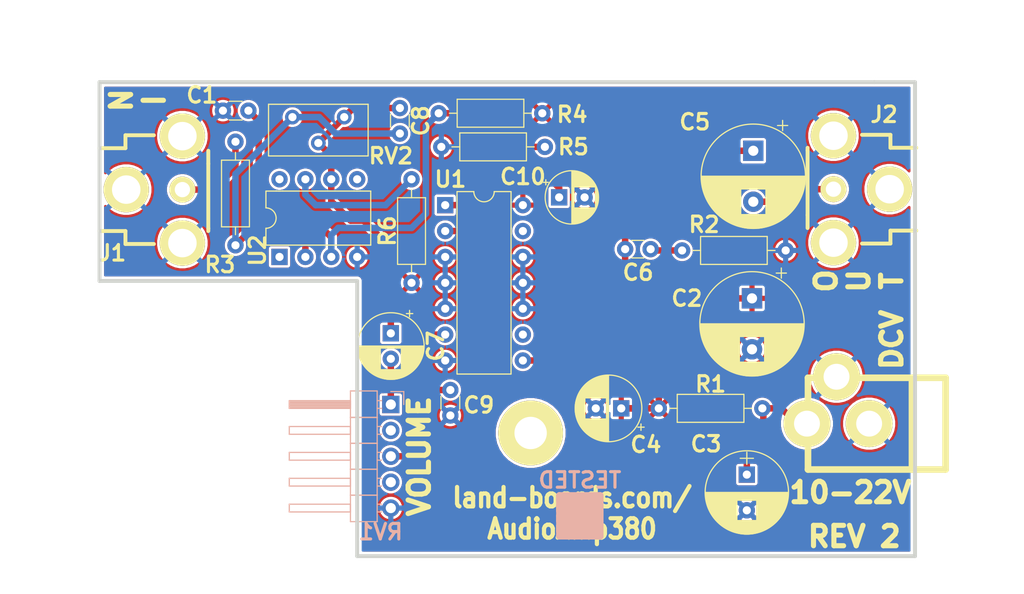
<source format=kicad_pcb>
(kicad_pcb (version 20171130) (host pcbnew "(5.1.10)-1")
  (title_block (title AudioAmp380) (date 2021-08-17) (rev 1) (company "Land Boards LLC"))
  (layers (0 Front signal) (31 Back signal) (36 B.SilkS user) (37 F.SilkS user) (38 B.Mask user) (39 F.Mask user) (44 Edge.Cuts user))
  (net 0 "")
  (net 1 /+12V)
  (net 2 /COMP)
  (net 3 /IN)
  (net 4 /OUT)
  (net 5 GND)
  (net 6 /RESHI)
  (net 7 /AO)
  (net 8 /RESWI)
  (net 9 /12VF)
  (net 10 "Net-(C1-Pad1)")
  (net 11 "Net-(C7-Pad1)")
  (net 12 "Net-(R6-Pad2)")
  (net 13 "Net-(C9-Pad2)")
  (net 14 "Net-(C10-Pad1)")
  (net 15 "Net-(C8-Pad2)")
  (module Package_DIP:DIP-8_W7.62mm (layer Front) (at 50.058 63.2584 90)
    (fp_text reference U2 (at 0.635 -2.159 90) (layer F.SilkS) (effects (font (size 1.524 1.524) (thickness 0.3048))))
    (fp_text value NE5534)
    (pad 1 thru_hole rect (at 0 0 90) (size 1.6 1.6) (drill 0.8) (layers *.Cu *.Mask))
    (pad 5 thru_hole oval (at 7.62 7.62 90) (size 1.6 1.6) (drill 0.8) (layers *.Cu *.Mask))
    (pad 2 thru_hole oval (at 0 2.54 90) (size 1.6 1.6) (drill 0.8) (layers *.Cu *.Mask) (net 15 "Net-(C8-Pad2)"))
    (pad 6 thru_hole oval (at 7.62 5.08 90) (size 1.6 1.6) (drill 0.8) (layers *.Cu *.Mask) (net 11 "Net-(C7-Pad1)"))
    (pad 3 thru_hole oval (at 0 5.08 90) (size 1.6 1.6) (drill 0.8) (layers *.Cu *.Mask) (net 10 "Net-(C1-Pad1)"))
    (pad 7 thru_hole oval (at 7.62 2.54 90) (size 1.6 1.6) (drill 0.8) (layers *.Cu *.Mask) (net 12 "Net-(R6-Pad2)"))
    (pad 4 thru_hole oval (at 0 7.62 90) (size 1.6 1.6) (drill 0.8) (layers *.Cu *.Mask) (net 5 GND))
    (pad 8 thru_hole oval (at 7.62 0 90) (size 1.6 1.6) (drill 0.8) (layers *.Cu *.Mask))
  )
  (module Resistor_THT:R_Axial_DIN0207_L6.3mm_D2.5mm_P10.16mm_Horizontal (layer Front) (at 63.012 65.7984 90)
    (fp_text reference R6 (at 5.08 -2.37 90) (layer F.SilkS) (effects (font (size 1.524 1.524) (thickness 0.3048))))
    (fp_text value 10)
    (pad 2 thru_hole oval (at 10.16 0 90) (size 1.6 1.6) (drill 0.8) (layers *.Cu *.Mask) (net 12 "Net-(R6-Pad2)"))
    (pad 1 thru_hole circle (at 0 0 90) (size 1.6 1.6) (drill 0.8) (layers *.Cu *.Mask) (net 9 /12VF))
  )
  (module Resistor_THT:R_Axial_DIN0207_L6.3mm_D2.5mm_P10.16mm_Horizontal (layer Front) (at 76.093 52.4634 180)
    (fp_text reference R5 (at -2.794 0) (layer F.SilkS) (effects (font (size 1.524 1.524) (thickness 0.3048))))
    (fp_text value 10K)
    (pad 2 thru_hole oval (at 10.16 0 180) (size 1.6 1.6) (drill 0.8) (layers *.Cu *.Mask) (net 5 GND))
    (pad 1 thru_hole circle (at 0 0 180) (size 1.6 1.6) (drill 0.8) (layers *.Cu *.Mask) (net 10 "Net-(C1-Pad1)"))
  )
  (module Resistor_THT:R_Axial_DIN0207_L6.3mm_D2.5mm_P10.16mm_Horizontal (layer Front) (at 45.74 51.9554 270)
    (fp_text reference R3 (at 12.065 1.524 180) (layer F.SilkS) (effects (font (size 1.524 1.524) (thickness 0.3048))))
    (fp_text value 51)
    (pad 1 thru_hole circle (at 0 0 270) (size 1.6 1.6) (drill 0.8) (layers *.Cu *.Mask) (net 3 /IN))
    (pad 2 thru_hole oval (at 10.16 0 270) (size 1.6 1.6) (drill 0.8) (layers *.Cu *.Mask) (net 15 "Net-(C8-Pad2)"))
  )
  (module Capacitors_ThroughHole:CP_Radial_D8.0mm_P3.50mm (layer Front) (at 95.905 84.6134 270)
    (fp_text reference C3 (at -3 4) (layer F.SilkS) (effects (font (size 1.524 1.524) (thickness 0.3048))))
    (fp_text value 100uF hide)
    (pad 1 thru_hole rect (at 0 0 270) (size 1.6 1.6) (drill 0.8) (layers *.Cu *.Mask) (net 1 /+12V))
    (pad 2 thru_hole circle (at 3.5 0 270) (size 1.6 1.6) (drill 0.8) (layers *.Cu *.Mask) (net 5 GND))
  )
  (module LandBoards_MountHoles:MTG-4-40 (layer Front) (at 74.696 80.5304)
    (fp_text reference MTG4 hide)
    (fp_text value MTG_HOLE hide)
    (pad 1 thru_hole circle (at 0 0) (size 6.35 6.35) (drill 3.175) (layers *.Cu *.Mask F.SilkS))
  )
  (module LandBoards_Conns:RCA (layer Front) (at 40.533 56.6544 90)
    (fp_text reference J1 (at -6.223 -6.858 180) (layer F.SilkS) (effects (font (size 1.524 1.524) (thickness 0.3048))))
    (fp_text value RCA-JACK hide)
    (pad 1 thru_hole circle (at 0 -5.5118 90) (size 4.445 4.445) (drill 2.794) (layers *.Cu *.Mask F.SilkS) (net 5 GND))
    (pad 2 thru_hole circle (at -5.2451 0 90) (size 4.445 4.445) (drill 2.794) (layers *.Cu *.Mask F.SilkS) (net 5 GND))
    (pad 3 thru_hole circle (at 5.2451 0 90) (size 4.445 4.445) (drill 2.794) (layers *.Cu *.Mask F.SilkS) (net 5 GND))
    (pad 4 thru_hole circle (at 0 0 90) (size 2.54 2.54) (drill 1.4986) (layers *.Cu *.Mask F.SilkS) (net 3 /IN))
  )
  (module LandBoards_Conns:RCA (layer Front) (at 104.405 56.6134 270)
    (fp_text reference J2 (at -7.325 -4.962) (layer F.SilkS) (effects (font (size 1.524 1.524) (thickness 0.3048))))
    (fp_text value RCA-JACK hide)
    (pad 1 thru_hole circle (at 0 -5.5118 270) (size 4.445 4.445) (drill 2.794) (layers *.Cu *.Mask F.SilkS) (net 5 GND))
    (pad 2 thru_hole circle (at -5.2451 0 270) (size 4.445 4.445) (drill 2.794) (layers *.Cu *.Mask F.SilkS) (net 5 GND))
    (pad 3 thru_hole circle (at 5.2451 0 270) (size 4.445 4.445) (drill 2.794) (layers *.Cu *.Mask F.SilkS) (net 5 GND))
    (pad 4 thru_hole circle (at 0 0 270) (size 2.54 2.54) (drill 1.4986) (layers *.Cu *.Mask F.SilkS) (net 4 /OUT))
  )
  (module Pin_Headers:Pin_Header_Angled_1x05_Pitch2.54mm (layer Back) (at 60.98 77.7364 180)
    (fp_text reference RV1 (at 1 -12.5) (layer B.SilkS) (effects (font (size 1.524 1.524) (thickness 0.3048)) (justify mirror)))
    (fp_text value CONN_01X05 hide)
    (pad 1 thru_hole rect (at 0 0 180) (size 1.7 1.7) (drill 1) (layers *.Cu *.Mask) (net 6 /RESHI))
    (pad 2 thru_hole oval (at 0 -2.54 180) (size 1.7 1.7) (drill 1) (layers *.Cu *.Mask))
    (pad 3 thru_hole oval (at 0 -5.08 180) (size 1.7 1.7) (drill 1) (layers *.Cu *.Mask) (net 8 /RESWI))
    (pad 4 thru_hole oval (at 0 -7.62 180) (size 1.7 1.7) (drill 1) (layers *.Cu *.Mask))
    (pad 5 thru_hole oval (at 0 -10.16 180) (size 1.7 1.7) (drill 1) (layers *.Cu *.Mask) (net 5 GND))
  )
  (module Capacitors_THT:C_Disc_D3.0mm_W1.6mm_P2.50mm (layer Front) (at 83.967 62.4964)
    (fp_text reference C6 (at 1.27 2.286) (layer F.SilkS) (effects (font (size 1.524 1.524) (thickness 0.3048))))
    (fp_text value 100uF hide)
    (pad 1 thru_hole circle (at 0 0) (size 1.6 1.6) (drill 0.8) (layers *.Cu *.Mask) (net 7 /AO))
    (pad 2 thru_hole circle (at 2.5 0) (size 1.6 1.6) (drill 0.8) (layers *.Cu *.Mask) (net 2 /COMP))
  )
  (module LandBoards_Marking:TEST_BLK-REAR (layer Front) (at 79.522 88.6584)
    (fp_text reference TESTED (at 0 -3.5) (layer B.SilkS) (effects (font (size 1.524 1.524) (thickness 0.3048)) (justify mirror)))
    (fp_text value COUPON hide)
  )
  (module Package_DIP:DIP-14_W7.62mm (layer Front) (at 66.314 58.1784)
    (fp_text reference U1 (at 0.508 -2.54) (layer F.SilkS) (effects (font (size 1.524 1.524) (thickness 0.3048))))
    (fp_text value LM380N)
    (pad 1 thru_hole rect (at 0 0) (size 1.6 1.6) (drill 0.8) (layers *.Cu *.Mask) (net 14 "Net-(C10-Pad1)"))
    (pad 8 thru_hole oval (at 7.62 15.24) (size 1.6 1.6) (drill 0.8) (layers *.Cu *.Mask) (net 7 /AO))
    (pad 2 thru_hole oval (at 0 2.54) (size 1.6 1.6) (drill 0.8) (layers *.Cu *.Mask) (net 8 /RESWI))
    (pad 9 thru_hole oval (at 7.62 12.7) (size 1.6 1.6) (drill 0.8) (layers *.Cu *.Mask))
    (pad 3 thru_hole oval (at 0 5.08) (size 1.6 1.6) (drill 0.8) (layers *.Cu *.Mask) (net 5 GND))
    (pad 10 thru_hole oval (at 7.62 10.16) (size 1.6 1.6) (drill 0.8) (layers *.Cu *.Mask) (net 5 GND))
    (pad 4 thru_hole oval (at 0 7.62) (size 1.6 1.6) (drill 0.8) (layers *.Cu *.Mask) (net 5 GND))
    (pad 11 thru_hole oval (at 7.62 7.62) (size 1.6 1.6) (drill 0.8) (layers *.Cu *.Mask) (net 5 GND))
    (pad 5 thru_hole oval (at 0 10.16) (size 1.6 1.6) (drill 0.8) (layers *.Cu *.Mask) (net 5 GND))
    (pad 12 thru_hole oval (at 7.62 5.08) (size 1.6 1.6) (drill 0.8) (layers *.Cu *.Mask) (net 5 GND))
    (pad 6 thru_hole oval (at 0 12.7) (size 1.6 1.6) (drill 0.8) (layers *.Cu *.Mask) (net 13 "Net-(C9-Pad2)"))
    (pad 13 thru_hole oval (at 7.62 2.54) (size 1.6 1.6) (drill 0.8) (layers *.Cu *.Mask))
    (pad 7 thru_hole oval (at 0 15.24) (size 1.6 1.6) (drill 0.8) (layers *.Cu *.Mask) (net 5 GND))
    (pad 14 thru_hole oval (at 7.62 0) (size 1.6 1.6) (drill 0.8) (layers *.Cu *.Mask) (net 9 /12VF))
  )
  (module Capacitor_THT:C_Disc_D3.0mm_W1.6mm_P2.50mm (layer Front) (at 47.01 48.9074 180)
    (fp_text reference C1 (at 4.572 1.524) (layer F.SilkS) (effects (font (size 1.524 1.524) (thickness 0.3048))))
    (fp_text value "0.1 uF")
    (pad 1 thru_hole circle (at 0 0 180) (size 1.6 1.6) (drill 0.8) (layers *.Cu *.Mask) (net 10 "Net-(C1-Pad1)"))
    (pad 2 thru_hole circle (at 2.5 0 180) (size 1.6 1.6) (drill 0.8) (layers *.Cu *.Mask) (net 5 GND))
  )
  (module Capacitor_THT:C_Disc_D3.0mm_W1.6mm_P2.50mm (layer Front) (at 61.869 48.6534 270)
    (fp_text reference C8 (at 1.25 -2.05 90) (layer F.SilkS) (effects (font (size 1.524 1.524) (thickness 0.3048))))
    (fp_text value "0.1 uF")
    (pad 2 thru_hole circle (at 2.5 0 270) (size 1.6 1.6) (drill 0.8) (layers *.Cu *.Mask) (net 15 "Net-(C8-Pad2)"))
    (pad 1 thru_hole circle (at 0 0 270) (size 1.6 1.6) (drill 0.8) (layers *.Cu *.Mask) (net 11 "Net-(C7-Pad1)"))
  )
  (module Potentiometer_THT:Potentiometer_Bourns_3296Y_Vertical (layer Front) (at 56.408 49.5424)
    (fp_text reference RV2 (at 4.572 3.81) (layer F.SilkS) (effects (font (size 1.524 1.524) (thickness 0.3048))))
    (fp_text value 500)
    (pad 1 thru_hole circle (at 0 0) (size 1.44 1.44) (drill 0.8) (layers *.Cu *.Mask) (net 11 "Net-(C7-Pad1)"))
    (pad 2 thru_hole circle (at -2.54 2.54) (size 1.44 1.44) (drill 0.8) (layers *.Cu *.Mask) (net 11 "Net-(C7-Pad1)"))
    (pad 3 thru_hole circle (at -5.08 0) (size 1.44 1.44) (drill 0.8) (layers *.Cu *.Mask) (net 15 "Net-(C8-Pad2)"))
  )
  (module Resistor_THT:R_Axial_DIN0207_L6.3mm_D2.5mm_P10.16mm_Horizontal (layer Front) (at 75.839 49.1614 180)
    (fp_text reference R4 (at -2.921 -0.127) (layer F.SilkS) (effects (font (size 1.524 1.524) (thickness 0.3048))))
    (fp_text value 10K)
    (pad 1 thru_hole circle (at 0 0 180) (size 1.6 1.6) (drill 0.8) (layers *.Cu *.Mask) (net 9 /12VF))
    (pad 2 thru_hole oval (at 10.16 0 180) (size 1.6 1.6) (drill 0.8) (layers *.Cu *.Mask) (net 10 "Net-(C1-Pad1)"))
  )
  (module Resistor_THT:R_Axial_DIN0207_L6.3mm_D2.5mm_P10.16mm_Horizontal (layer Front) (at 87.269 78.1134)
    (fp_text reference R1 (at 5.08 -2.37) (layer F.SilkS) (effects (font (size 1.524 1.524) (thickness 0.3048))))
    (fp_text value 10)
    (pad 2 thru_hole oval (at 10.16 0) (size 1.6 1.6) (drill 0.8) (layers *.Cu *.Mask) (net 1 /+12V))
    (pad 1 thru_hole circle (at 0 0) (size 1.6 1.6) (drill 0.8) (layers *.Cu *.Mask) (net 9 /12VF))
  )
  (module Resistor_THT:R_Axial_DIN0207_L6.3mm_D2.5mm_P10.16mm_Horizontal (layer Front) (at 89.555 62.6234)
    (fp_text reference R2 (at 2.159 -2.54) (layer F.SilkS) (effects (font (size 1.524 1.524) (thickness 0.3048))))
    (fp_text value 2.7)
    (pad 1 thru_hole circle (at 0 0) (size 1.6 1.6) (drill 0.8) (layers *.Cu *.Mask) (net 2 /COMP))
    (pad 2 thru_hole oval (at 10.16 0) (size 1.6 1.6) (drill 0.8) (layers *.Cu *.Mask) (net 5 GND))
  )
  (module Capacitor_THT:CP_Radial_D6.3mm_P2.50mm (layer Front) (at 83.586 78.1174 180)
    (fp_text reference C4 (at -2.413 -3.556) (layer F.SilkS) (effects (font (size 1.524 1.524) (thickness 0.3048))))
    (fp_text value "1 uF")
    (pad 1 thru_hole rect (at 0 0 180) (size 1.6 1.6) (drill 0.8) (layers *.Cu *.Mask) (net 9 /12VF))
    (pad 2 thru_hole circle (at 2.5 0 180) (size 1.6 1.6) (drill 0.8) (layers *.Cu *.Mask) (net 5 GND))
  )
  (module Capacitor_THT:CP_Radial_D6.3mm_P2.50mm (layer Front) (at 60.98 70.7514 270)
    (fp_text reference C7 (at 1.25 -4.4 90) (layer F.SilkS) (effects (font (size 1.524 1.524) (thickness 0.3048))))
    (fp_text value "10 uF")
    (pad 2 thru_hole circle (at 2.5 0 270) (size 1.6 1.6) (drill 0.8) (layers *.Cu *.Mask) (net 6 /RESHI))
    (pad 1 thru_hole rect (at 0 0 270) (size 1.6 1.6) (drill 0.8) (layers *.Cu *.Mask) (net 11 "Net-(C7-Pad1)"))
  )
  (module Capacitor_THT:C_Disc_D3.0mm_W1.6mm_P2.50mm (layer Front) (at 66.82 78.8124 90)
    (fp_text reference C9 (at 1.016 2.794 180) (layer F.SilkS) (effects (font (size 1.524 1.524) (thickness 0.3048))))
    (fp_text value "0.1 uF")
    (pad 1 thru_hole circle (at 0 0 90) (size 1.6 1.6) (drill 0.8) (layers *.Cu *.Mask) (net 5 GND))
    (pad 2 thru_hole circle (at 2.5 0 90) (size 1.6 1.6) (drill 0.8) (layers *.Cu *.Mask) (net 13 "Net-(C9-Pad2)"))
  )
  (module Capacitor_THT:CP_Radial_D5.0mm_P2.50mm (layer Front) (at 77.49 57.4164)
    (fp_text reference C10 (at -3.556 -2.032) (layer F.SilkS) (effects (font (size 1.524 1.524) (thickness 0.3048))))
    (fp_text value 4.7uF)
    (pad 1 thru_hole rect (at 0 0) (size 1.6 1.6) (drill 0.8) (layers *.Cu *.Mask) (net 14 "Net-(C10-Pad1)"))
    (pad 2 thru_hole circle (at 2.5 0) (size 1.6 1.6) (drill 0.8) (layers *.Cu *.Mask) (net 5 GND))
  )
  (module Capacitor_THT:CP_Radial_D10.0mm_P5.00mm (layer Front) (at 96.413 67.3224 270)
    (fp_text reference C2 (at 0 6.393) (layer F.SilkS) (effects (font (size 1.524 1.524) (thickness 0.3048))))
    (fp_text value 470uF hide)
    (pad 2 thru_hole circle (at 5 0 270) (size 2 2) (drill 1) (layers *.Cu *.Mask) (net 5 GND))
    (pad 1 thru_hole rect (at 0 0 270) (size 2 2) (drill 1) (layers *.Cu *.Mask) (net 9 /12VF))
  )
  (module Capacitor_THT:CP_Radial_D10.0mm_P5.00mm (layer Front) (at 96.54 52.8444 270)
    (fp_text reference C5 (at -2.825 5.739) (layer F.SilkS) (effects (font (size 1.524 1.524) (thickness 0.3048))))
    (fp_text value 470uF hide)
    (pad 1 thru_hole rect (at 0 0 270) (size 2 2) (drill 1) (layers *.Cu *.Mask) (net 7 /AO))
    (pad 2 thru_hole circle (at 5 0 270) (size 2 2) (drill 1) (layers *.Cu *.Mask) (net 4 /OUT))
  )
  (module LandBoards_Conns:DCJ-NEW (layer Front) (at 107.905 79.6134 180)
    (fp_text reference J3 hide)
    (fp_text value DCJ0202 hide)
    (pad 2 thru_hole circle (at 0 0 180) (size 4.6 4.6) (drill 2.54) (layers *.Cu *.Mask F.SilkS) (net 5 GND))
    (pad 1 thru_hole circle (at 6.1 0 180) (size 4.6 4.6) (drill 2.54) (layers *.Cu *.Mask F.SilkS) (net 1 /+12V))
    (pad 3 thru_hole circle (at 3.2 4.6 180) (size 4.6 4.6) (drill 2.54) (layers *.Cu *.Mask F.SilkS) (net 5 GND))
  )
  (gr_text DCV (at 110.129 71.3864 90) (layer F.SilkS) (effects (font (size 2 2) (thickness 0.5))))
  (gr_line (start 32.405 46.1134) (end 108.405 46.1134) (angle 90) (layer Edge.Cuts) (width 0.381))
  (gr_line (start 32.405 65.6134) (end 32.405 46.1134) (angle 90) (layer Edge.Cuts) (width 0.381))
  (gr_line (start 112.405 46.1134) (end 108.405 46.1134) (angle 90) (layer Edge.Cuts) (width 0.381))
  (gr_line (start 112.405 92.6134) (end 112.405 46.1134) (angle 90) (layer Edge.Cuts) (width 0.381))
  (gr_line (start 57.678 92.6134) (end 112.405 92.6134) (angle 90) (layer Edge.Cuts) (width 0.381))
  (gr_line (start 57.678 65.6134) (end 57.678 92.6134) (angle 90) (layer Edge.Cuts) (width 0.381))
  (gr_line (start 32.405 65.6134) (end 57.678 65.6134) (angle 90) (layer Edge.Cuts) (width 0.381))
  (gr_text "REV 2" (at 106.446 90.6904) (layer F.SilkS) (effects (font (size 2 2) (thickness 0.5))))
  (gr_text VOLUME (at 63.774 82.8164 90) (layer F.SilkS) (effects (font (size 2 2) (thickness 0.5))))
  (gr_text 10-22V (at 106.065 86.3724) (layer F.SilkS) (effects (font (size 2 2) (thickness 0.5))))
  (gr_text "land-boards.com/\nAudioAmp380" (at 78.76 88.4044) (layer F.SilkS) (effects (font (size 1.905 1.651) (thickness 0.41275))))
  (gr_text "O\nU\nT" (at 106.905 65.6134 90) (layer F.SilkS) (effects (font (size 2 2) (thickness 0.5))))
  (gr_text "I\nN" (at 35.961 47.8914 270) (layer F.SilkS) (effects (font (size 2 2) (thickness 0.5))))
  (segment (start 97.525 78.1134) (end 97.525 80.2934) (width 0.635) (layer Front) (net 1))
  (segment (start 95.905 81.9134) (end 95.905 84.6134) (width 0.635) (layer Front) (net 1))
  (segment (start 97.525 80.2934) (end 95.905 81.9134) (width 0.635) (layer Front) (net 1))
  (segment (start 101.805 79.6134) (end 100.805 79.6134) (width 0.635) (layer Front) (net 1))
  (segment (start 100.805 79.6134) (end 99.305 78.1134) (width 0.635) (layer Front) (net 1))
  (segment (start 99.305 78.1134) (end 97.525 78.1134) (width 0.635) (layer Front) (net 1))
  (segment (start 86.594 62.6234) (end 86.467 62.4964) (width 0.635) (layer Front) (net 2))
  (segment (start 89.555 62.6234) (end 86.594 62.6234) (width 0.635) (layer Front) (net 2))
  (segment (start 40.533 56.6544) (end 43.581 56.6544) (width 0.635) (layer Front) (net 3))
  (segment (start 45.74 54.4954) (end 45.74 51.9554) (width 0.635) (layer Front) (net 3))
  (segment (start 43.581 56.6544) (end 45.74 54.4954) (width 0.635) (layer Front) (net 3))
  (segment (start 96.54 57.8444) (end 99.033 57.8444) (width 0.635) (layer Front) (net 4))
  (segment (start 100.264 56.6134) (end 104.405 56.6134) (width 0.635) (layer Front) (net 4))
  (segment (start 99.033 57.8444) (end 100.264 56.6134) (width 0.635) (layer Front) (net 4))
  (segment (start 60.98 77.7364) (end 60.98 73.2514) (width 0.635) (layer Front) (net 6))
  (segment (start 83.967 58.5594) (end 83.967 62.4964) (width 0.635) (layer Front) (net 7))
  (segment (start 96.54 52.8444) (end 89.682 52.8444) (width 0.635) (layer Front) (net 7))
  (segment (start 89.682 52.8444) (end 83.967 58.5594) (width 0.635) (layer Front) (net 7))
  (segment (start 73.934 73.4184) (end 81.046 73.4184) (width 0.635) (layer Front) (net 7))
  (segment (start 83.967 70.4974) (end 81.046 73.4184) (width 0.635) (layer Front) (net 7))
  (segment (start 83.967 62.4964) (end 83.967 70.4974) (width 0.635) (layer Front) (net 7))
  (segment (start 67.711 60.7184) (end 66.314 60.7184) (width 0.635) (layer Front) (net 8))
  (segment (start 69.235 62.2424) (end 67.711 60.7184) (width 0.635) (layer Front) (net 8))
  (segment (start 60.98 82.8164) (end 65.552 82.8164) (width 0.635) (layer Front) (net 8))
  (segment (start 69.235 79.1334) (end 69.235 62.2424) (width 0.635) (layer Front) (net 8))
  (segment (start 65.552 82.8164) (end 69.235 79.1334) (width 0.635) (layer Front) (net 8))
  (segment (start 87.265 78.1174) (end 87.269 78.1134) (width 0.635) (layer Front) (net 9))
  (segment (start 84.094 78.1174) (end 87.265 78.1174) (width 0.635) (layer Front) (net 9))
  (segment (start 87.269 72.0214) (end 87.269 78.1134) (width 0.635) (layer Front) (net 9))
  (segment (start 96.413 67.3224) (end 91.968 67.3224) (width 0.635) (layer Front) (net 9))
  (segment (start 91.968 67.3224) (end 87.269 72.0214) (width 0.635) (layer Front) (net 9))
  (segment (start 83.59 78.1134) (end 83.586 78.1174) (width 0.635) (layer Front) (net 9))
  (segment (start 87.269 78.1134) (end 83.59 78.1134) (width 0.635) (layer Front) (net 9))
  (segment (start 76.093 52.4634) (end 73.299 52.4634) (width 0.635) (layer Front) (net 10))
  (segment (start 69.997 49.1614) (end 65.679 49.1614) (width 0.635) (layer Front) (net 10))
  (segment (start 73.299 52.4634) (end 69.997 49.1614) (width 0.635) (layer Front) (net 10))
  (segment (start 55.138 63.2584) (end 55.138 61.3304) (width 0.635) (layer Front) (net 10))
  (segment (start 55.138 61.3304) (end 53.22 59.4124) (width 0.635) (layer Front) (net 10))
  (segment (start 53.22 59.4124) (end 49.62 59.4124) (width 0.635) (layer Front) (net 10))
  (segment (start 49.62 59.4124) (end 48.02 57.8124) (width 0.635) (layer Front) (net 10))
  (segment (start 48.02 49.9174) (end 47.01 48.9074) (width 0.635) (layer Front) (net 10))
  (segment (start 48.02 57.8124) (end 48.02 49.9174) (width 0.635) (layer Front) (net 10))
  (segment (start 55.138 63.2584) (end 55.138 61.0944) (width 0.635) (layer Back) (net 10))
  (segment (start 55.138 61.0944) (end 55.82 60.4124) (width 0.635) (layer Back) (net 10))
  (segment (start 55.82 60.4124) (end 63.02 60.4124) (width 0.635) (layer Back) (net 10))
  (segment (start 63.02 60.4124) (end 64.42 59.0124) (width 0.635) (layer Back) (net 10))
  (segment (start 64.42 50.4204) (end 65.679 49.1614) (width 0.635) (layer Back) (net 10))
  (segment (start 64.42 59.0124) (end 64.42 50.4204) (width 0.635) (layer Back) (net 10))
  (segment (start 56.408 49.5424) (end 53.868 52.0824) (width 0.635) (layer Front) (net 11))
  (segment (start 57.297 48.6534) (end 56.408 49.5424) (width 0.635) (layer Front) (net 11))
  (segment (start 61.869 48.6534) (end 57.297 48.6534) (width 0.635) (layer Front) (net 11))
  (segment (start 55.138 53.3524) (end 53.868 52.0824) (width 0.635) (layer Front) (net 11))
  (segment (start 55.138 55.6384) (end 55.138 53.3524) (width 0.635) (layer Front) (net 11))
  (segment (start 57.043 59.7024) (end 58.313 59.7024) (width 0.635) (layer Front) (net 11))
  (segment (start 60.98 62.3694) (end 60.98 70.7514) (width 0.635) (layer Front) (net 11))
  (segment (start 55.138 55.6384) (end 55.138 57.7974) (width 0.635) (layer Front) (net 11))
  (segment (start 58.313 59.7024) (end 60.98 62.3694) (width 0.635) (layer Front) (net 11))
  (segment (start 55.138 57.7974) (end 57.043 59.7024) (width 0.635) (layer Front) (net 11))
  (segment (start 52.598 63.2584) (end 52.598 61.1904) (width 0.635) (layer Front) (net 15))
  (segment (start 52.598 61.1904) (end 52.02 60.6124) (width 0.635) (layer Front) (net 15))
  (segment (start 47.243 60.6124) (end 45.74 62.1154) (width 0.635) (layer Front) (net 15))
  (segment (start 52.02 60.6124) (end 47.243 60.6124) (width 0.635) (layer Front) (net 15))
  (segment (start 52.598 57.1624) (end 52.598 55.6384) (width 0.635) (layer Back) (net 12))
  (segment (start 53.614 58.1784) (end 52.598 57.1624) (width 0.635) (layer Back) (net 12))
  (segment (start 60.472 58.1784) (end 53.614 58.1784) (width 0.635) (layer Back) (net 12))
  (segment (start 63.012 55.6384) (end 60.472 58.1784) (width 0.635) (layer Back) (net 12))
  (segment (start 66.82 76.3124) (end 64.92 76.3124) (width 0.635) (layer Front) (net 13))
  (segment (start 64.92 76.3124) (end 64.22 75.6124) (width 0.635) (layer Front) (net 13))
  (segment (start 64.22 75.6124) (end 64.22 71.6124) (width 0.635) (layer Front) (net 13))
  (segment (start 64.954 70.8784) (end 66.314 70.8784) (width 0.635) (layer Front) (net 13))
  (segment (start 64.22 71.6124) (end 64.954 70.8784) (width 0.635) (layer Front) (net 13))
  (segment (start 66.314 58.1784) (end 68.454 58.1784) (width 0.635) (layer Front) (net 14))
  (segment (start 68.454 58.1784) (end 71.02 55.6124) (width 0.635) (layer Front) (net 14))
  (segment (start 71.02 55.6124) (end 76.62 55.6124) (width 0.635) (layer Front) (net 14))
  (segment (start 77.49 56.4824) (end 77.49 57.4164) (width 0.635) (layer Front) (net 14))
  (segment (start 76.62 55.6124) (end 77.49 56.4824) (width 0.635) (layer Front) (net 14))
  (segment (start 45.74 55.1304) (end 51.328 49.5424) (width 0.635) (layer Back) (net 15))
  (segment (start 45.74 62.1154) (end 45.74 55.1304) (width 0.635) (layer Back) (net 15))
  (segment (start 61.869 51.1534) (end 55.561 51.1534) (width 0.635) (layer Back) (net 15))
  (segment (start 53.95 49.5424) (end 51.328 49.5424) (width 0.635) (layer Back) (net 15))
  (segment (start 55.561 51.1534) (end 53.95 49.5424) (width 0.635) (layer Back) (net 15))
  (zone (net 5) (net_name GND) (layer Back) (connect_pads (clearance 0.254)) (min_thickness 0.2032) (fill yes (arc_segments 16) (thermal_gap 0.508) (thermal_bridge_width 0.508))
    (polygon (pts (xy 112.405 46.1134) (xy 112.405 50.1134) (xy 112.405 92.6134) (xy 108.905 92.6134) (xy 57.932 92.2524) (xy 57.932 65.2524) (xy 32.405 65.6134) (xy 32.405 46.1134)))
  )
  (zone (net 9) (net_name /12VF) (layer Front) (connect_pads (clearance 0.254)) (min_thickness 0.254) (fill yes (arc_segments 32) (thermal_gap 0.508) (thermal_bridge_width 0.508))
    (polygon (pts (xy 112.542 92.9764) (xy 58.186 92.7224) (xy 58.186 65.5444) (xy 32.532 65.5444) (xy 32.532 46.2404) (xy 112.542 46.2404)))
  )
)
</source>
